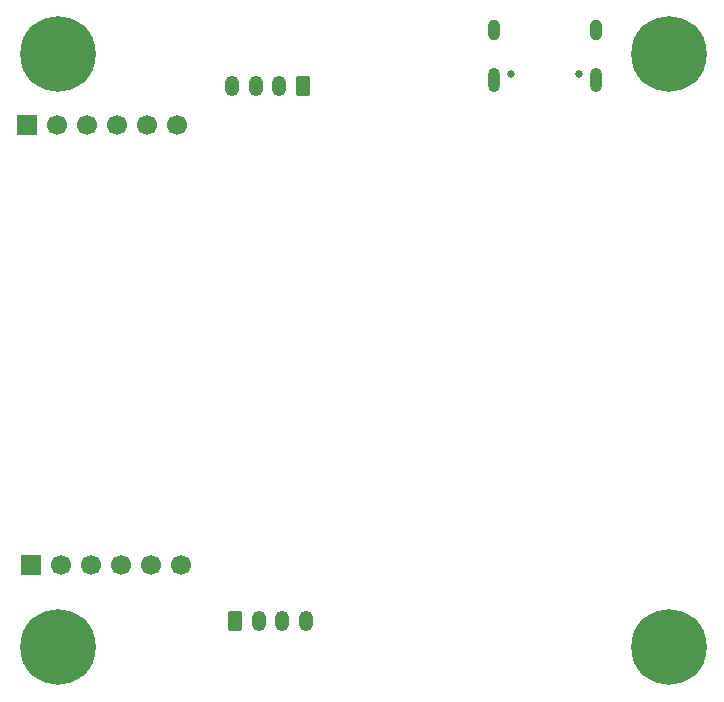
<source format=gbr>
%TF.GenerationSoftware,KiCad,Pcbnew,9.0.2*%
%TF.CreationDate,2025-07-09T07:13:16+08:00*%
%TF.ProjectId,imu,696d752e-6b69-4636-9164-5f7063625858,rev?*%
%TF.SameCoordinates,Original*%
%TF.FileFunction,Soldermask,Bot*%
%TF.FilePolarity,Negative*%
%FSLAX46Y46*%
G04 Gerber Fmt 4.6, Leading zero omitted, Abs format (unit mm)*
G04 Created by KiCad (PCBNEW 9.0.2) date 2025-07-09 07:13:16*
%MOMM*%
%LPD*%
G01*
G04 APERTURE LIST*
G04 Aperture macros list*
%AMRoundRect*
0 Rectangle with rounded corners*
0 $1 Rounding radius*
0 $2 $3 $4 $5 $6 $7 $8 $9 X,Y pos of 4 corners*
0 Add a 4 corners polygon primitive as box body*
4,1,4,$2,$3,$4,$5,$6,$7,$8,$9,$2,$3,0*
0 Add four circle primitives for the rounded corners*
1,1,$1+$1,$2,$3*
1,1,$1+$1,$4,$5*
1,1,$1+$1,$6,$7*
1,1,$1+$1,$8,$9*
0 Add four rect primitives between the rounded corners*
20,1,$1+$1,$2,$3,$4,$5,0*
20,1,$1+$1,$4,$5,$6,$7,0*
20,1,$1+$1,$6,$7,$8,$9,0*
20,1,$1+$1,$8,$9,$2,$3,0*%
G04 Aperture macros list end*
%ADD10C,0.650000*%
%ADD11O,1.000000X2.100000*%
%ADD12O,1.000000X1.800000*%
%ADD13RoundRect,0.250000X0.350000X0.625000X-0.350000X0.625000X-0.350000X-0.625000X0.350000X-0.625000X0*%
%ADD14O,1.200000X1.750000*%
%ADD15C,0.800000*%
%ADD16C,6.400000*%
%ADD17R,1.700000X1.700000*%
%ADD18C,1.700000*%
%ADD19RoundRect,0.250000X-0.350000X-0.625000X0.350000X-0.625000X0.350000X0.625000X-0.350000X0.625000X0*%
G04 APERTURE END LIST*
D10*
%TO.C,J1*%
X163890000Y-44925000D03*
X158110000Y-44925000D03*
D11*
X165320000Y-45425000D03*
D12*
X165320000Y-41245000D03*
D11*
X156680000Y-45425000D03*
D12*
X156680000Y-41245000D03*
%TD*%
D13*
%TO.C,J3*%
X140500000Y-46000000D03*
D14*
X138500000Y-46000000D03*
X136500000Y-46000000D03*
X134500000Y-46000000D03*
%TD*%
D15*
%TO.C,REF\u002A\u002A*%
X117350000Y-43250000D03*
X118052944Y-41552944D03*
X118052944Y-44947056D03*
X119750000Y-40850000D03*
D16*
X119750000Y-43250000D03*
D15*
X119750000Y-45650000D03*
X121447056Y-41552944D03*
X121447056Y-44947056D03*
X122150000Y-43250000D03*
%TD*%
%TO.C,REF\u002A\u002A*%
X117350000Y-93500000D03*
X118052944Y-91802944D03*
X118052944Y-95197056D03*
X119750000Y-91100000D03*
D16*
X119750000Y-93500000D03*
D15*
X119750000Y-95900000D03*
X121447056Y-91802944D03*
X121447056Y-95197056D03*
X122150000Y-93500000D03*
%TD*%
D17*
%TO.C,J5*%
X117460000Y-86500000D03*
D18*
X120000000Y-86500000D03*
X122540000Y-86500000D03*
X125080000Y-86500000D03*
X127620000Y-86500000D03*
X130160000Y-86500000D03*
%TD*%
D19*
%TO.C,J2*%
X134750000Y-91250000D03*
D14*
X136750000Y-91250000D03*
X138750000Y-91250000D03*
X140750000Y-91250000D03*
%TD*%
D17*
%TO.C,J4*%
X117170000Y-49250000D03*
D18*
X119710000Y-49250000D03*
X122250000Y-49250000D03*
X124790000Y-49250000D03*
X127330000Y-49250000D03*
X129870000Y-49250000D03*
%TD*%
D15*
%TO.C,REF\u002A\u002A*%
X169100000Y-43250000D03*
X169802944Y-41552944D03*
X169802944Y-44947056D03*
X171500000Y-40850000D03*
D16*
X171500000Y-43250000D03*
D15*
X171500000Y-45650000D03*
X173197056Y-41552944D03*
X173197056Y-44947056D03*
X173900000Y-43250000D03*
%TD*%
%TO.C,REF\u002A\u002A*%
X169100000Y-93500000D03*
X169802944Y-91802944D03*
X169802944Y-95197056D03*
X171500000Y-91100000D03*
D16*
X171500000Y-93500000D03*
D15*
X171500000Y-95900000D03*
X173197056Y-91802944D03*
X173197056Y-95197056D03*
X173900000Y-93500000D03*
%TD*%
M02*

</source>
